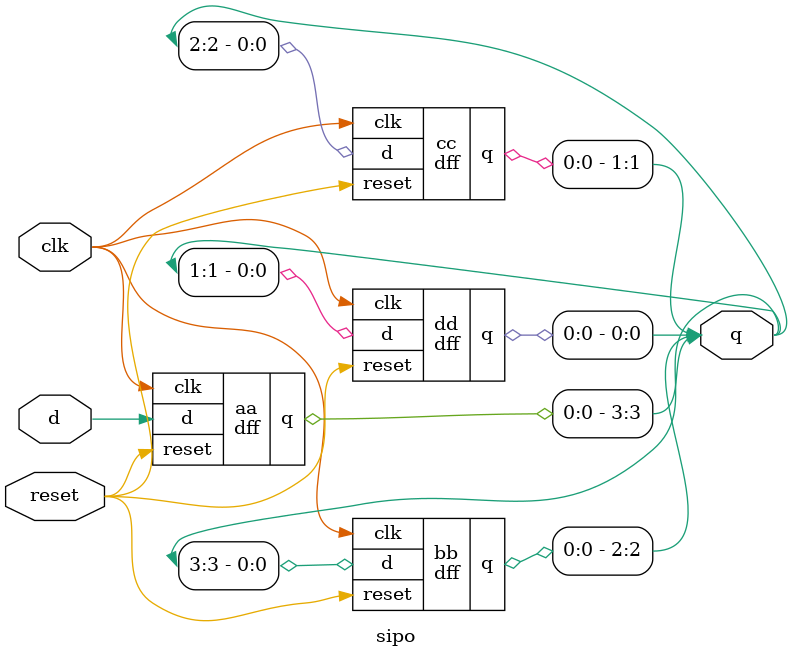
<source format=v>
module dff(d, clk, reset, q);
    input d, clk, reset;
    output q;
    reg q = 0;
    always @ (posedge clk, posedge reset)
    begin
        if(reset == 1'b1)
            q <= 4'b0000;
        else
            begin
                q <= d;
            end
    end
endmodule 

module sipo(d, clk, reset, q);
    input d, clk, reset;
    output [3:0]q;
    dff aa(d, clk, reset, q[3]);
    dff bb(q[3], clk, reset, q[2]);
    dff cc(q[2], clk, reset, q[1]);
    dff dd(q[1], clk, reset, q[0]);
endmodule

</source>
